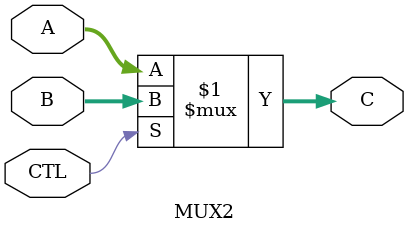
<source format=v>
`timescale 1ns / 1ps


module MUX2(
    input CTL,
    input [31:0] A,B,
    output  [31:0] C
    );
    
    assign C = CTL ? B : A;
    
endmodule

</source>
